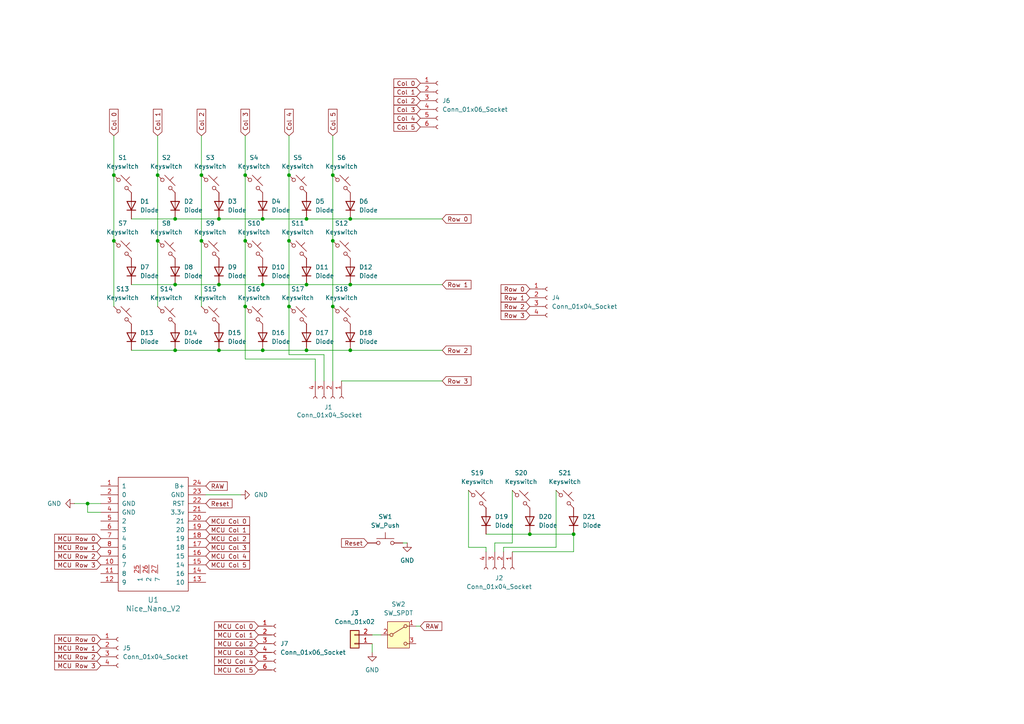
<source format=kicad_sch>
(kicad_sch (version 20231120) (generator "eeschema") (generator_version "8.0")
  (paper "A4")
  (lib_symbols
    (symbol "Connector:Conn_01x04_Socket" (pin_names (offset 1.016) hide)
      (property "Reference" "J" (at 0 5.08 0))
      (property "Value" "Conn_01x04_Socket" (at 0 -7.62 0))
      (symbol "Conn_01x04_Socket_1_1"
        (arc (start 0 -4.572) (mid -0.5058 -5.08) (end 0 -5.588) (stroke (width 0.1524)))
        (arc (start 0 -2.032) (mid -0.5058 -2.54) (end 0 -3.048) (stroke (width 0.1524)))
        (polyline (pts (xy -1.27 -5.08) (xy -0.508 -5.08)) (stroke (width 0.1524)))
        (polyline (pts (xy -1.27 -2.54) (xy -0.508 -2.54)) (stroke (width 0.1524)))
        (polyline (pts (xy -1.27 0) (xy -0.508 0)) (stroke (width 0.1524)))
        (polyline (pts (xy -1.27 2.54) (xy -0.508 2.54)) (stroke (width 0.1524)))
        (arc (start 0 0.508) (mid -0.5058 0) (end 0 -0.508) (stroke (width 0.1524)))
        (arc (start 0 3.048) (mid -0.5058 2.54) (end 0 2.032) (stroke (width 0.1524)))
        (pin passive line (at -5.08 2.54 0) (length 3.81) (name "Pin_1") (number "1"))
        (pin passive line (at -5.08 0 0) (length 3.81) (name "Pin_2") (number "2"))
        (pin passive line (at -5.08 -2.54 0) (length 3.81) (name "Pin_3") (number "3"))
        (pin passive line (at -5.08 -5.08 0) (length 3.81) (name "Pin_4") (number "4"))
      )
    )
    (symbol "Connector:Conn_01x06_Socket" (pin_names (offset 1.016) hide)
      (property "Reference" "J" (at 0 7.62 0))
      (property "Value" "Conn_01x06_Socket" (at 0 -10.16 0))
      (symbol "Conn_01x06_Socket_1_1"
        (arc (start 0 -7.112) (mid -0.5058 -7.62) (end 0 -8.128) (stroke (width 0.1524)))
        (arc (start 0 -4.572) (mid -0.5058 -5.08) (end 0 -5.588) (stroke (width 0.1524)))
        (arc (start 0 -2.032) (mid -0.5058 -2.54) (end 0 -3.048) (stroke (width 0.1524)))
        (polyline (pts (xy -1.27 -7.62) (xy -0.508 -7.62)) (stroke (width 0.1524)))
        (polyline (pts (xy -1.27 -5.08) (xy -0.508 -5.08)) (stroke (width 0.1524)))
        (polyline (pts (xy -1.27 -2.54) (xy -0.508 -2.54)) (stroke (width 0.1524)))
        (polyline (pts (xy -1.27 0) (xy -0.508 0)) (stroke (width 0.1524)))
        (polyline (pts (xy -1.27 2.54) (xy -0.508 2.54)) (stroke (width 0.1524)))
        (polyline (pts (xy -1.27 5.08) (xy -0.508 5.08)) (stroke (width 0.1524)))
        (arc (start 0 0.508) (mid -0.5058 0) (end 0 -0.508) (stroke (width 0.1524)))
        (arc (start 0 3.048) (mid -0.5058 2.54) (end 0 2.032) (stroke (width 0.1524)))
        (arc (start 0 5.588) (mid -0.5058 5.08) (end 0 4.572) (stroke (width 0.1524)))
        (pin passive line (at -5.08 5.08 0) (length 3.81) (name "Pin_1") (number "1"))
        (pin passive line (at -5.08 2.54 0) (length 3.81) (name "Pin_2") (number "2"))
        (pin passive line (at -5.08 0 0) (length 3.81) (name "Pin_3") (number "3"))
        (pin passive line (at -5.08 -2.54 0) (length 3.81) (name "Pin_4") (number "4"))
        (pin passive line (at -5.08 -5.08 0) (length 3.81) (name "Pin_5") (number "5"))
        (pin passive line (at -5.08 -7.62 0) (length 3.81) (name "Pin_6") (number "6"))
      )
    )
    (symbol "Connector_Generic:Conn_01x02" (pin_names (offset 1.016) hide)
      (property "Reference" "J" (at 0 2.54 0))
      (property "Value" "Conn_01x02" (at 0 -5.08 0))
      (symbol "Conn_01x02_1_1"
        (rectangle (start -1.27 -2.413) (end 0 -2.667) (stroke (width 0.1524)))
        (rectangle (start -1.27 0.127) (end 0 -0.127) (stroke (width 0.1524)))
        (rectangle (start -1.27 1.27) (end 1.27 -3.81) (stroke (width 0.254)) (fill (type background)))
        (pin passive line (at -5.08 0 0) (length 3.81) (name "Pin_1") (number "1"))
        (pin passive line (at -5.08 -2.54 0) (length 3.81) (name "Pin_2") (number "2"))
      )
    )
    (symbol "ScottoKeebs:MCU_Nice_Nano_V2" (pin_names (offset 1.016))
      (property "Reference" "U" (at 0 0 0))
      (property "Value" "Nice_Nano_V2" (at 0 -19.05 0))
      (symbol "MCU_Nice_Nano_V2_0_1"
        (rectangle (start -10.16 16.51) (end 10.16 -16.51))
      )
      (symbol "MCU_Nice_Nano_V2_1_1"
        (pin input line (at -15.24 13.97 0) (length 5.08) (name "1") (number "1"))
        (pin input line (at -15.24 -8.89 0) (length 5.08) (name "7") (number "10"))
        (pin input line (at -15.24 -11.43 0) (length 5.08) (name "8") (number "11"))
        (pin input line (at -15.24 -13.97 0) (length 5.08) (name "9") (number "12"))
        (pin input line (at 15.24 -13.97 180) (length 5.08) (name "10") (number "13"))
        (pin input line (at 15.24 -11.43 180) (length 5.08) (name "16") (number "14"))
        (pin input line (at 15.24 -8.89 180) (length 5.08) (name "14") (number "15"))
        (pin input line (at 15.24 -6.35 180) (length 5.08) (name "15") (number "16"))
        (pin input line (at 15.24 -3.81 180) (length 5.08) (name "18") (number "17"))
        (pin input line (at 15.24 -1.27 180) (length 5.08) (name "19") (number "18"))
        (pin input line (at 15.24 1.27 180) (length 5.08) (name "20") (number "19"))
        (pin input line (at -15.24 11.43 0) (length 5.08) (name "0") (number "2"))
        (pin input line (at 15.24 3.81 180) (length 5.08) (name "21") (number "20"))
        (pin input line (at 15.24 6.35 180) (length 5.08) (name "3.3v") (number "21"))
        (pin input line (at 15.24 8.89 180) (length 5.08) (name "RST") (number "22"))
        (pin input line (at 15.24 11.43 180) (length 5.08) (name "GND") (number "23"))
        (pin input line (at 15.24 13.97 180) (length 5.08) (name "B+") (number "24"))
        (pin input line (at -3.81 -8.89 270) (length 2.5) (name "1") (number "25"))
        (pin input line (at -1.27 -8.89 270) (length 2.5) (name "2") (number "26"))
        (pin input line (at 1.27 -8.89 270) (length 2.5) (name "7") (number "27"))
        (pin input line (at -15.24 8.89 0) (length 5.08) (name "GND") (number "3"))
        (pin input line (at -15.24 6.35 0) (length 5.08) (name "GND") (number "4"))
        (pin input line (at -15.24 3.81 0) (length 5.08) (name "2") (number "5"))
        (pin input line (at -15.24 1.27 0) (length 5.08) (name "3") (number "6"))
        (pin input line (at -15.24 -1.27 0) (length 5.08) (name "4") (number "7"))
        (pin input line (at -15.24 -3.81 0) (length 5.08) (name "5") (number "8"))
        (pin input line (at -15.24 -6.35 0) (length 5.08) (name "6") (number "9"))
      )
    )
    (symbol "ScottoKeebs:Placeholder_Diode" (pin_numbers hide) (pin_names hide)
      (property "Reference" "D" (at 0 2.54 0))
      (property "Value" "Diode" (at 0 -2.54 0))
      (symbol "Placeholder_Diode_0_1"
        (polyline (pts (xy -1.27 1.27) (xy -1.27 -1.27)) (stroke (width 0.254)))
        (polyline (pts (xy 1.27 0) (xy -1.27 0)))
        (polyline (pts (xy 1.27 1.27) (xy 1.27 -1.27) (xy -1.27 0) (xy 1.27 1.27)) (stroke (width 0.254)))
      )
      (symbol "Placeholder_Diode_1_1"
        (pin passive line (at -3.81 0 0) (length 2.54) (name "K") (number "1"))
        (pin passive line (at 3.81 0 180) (length 2.54) (name "A") (number "2"))
      )
    )
    (symbol "ScottoKeebs:Placeholder_Keyswitch" (pin_numbers hide) (pin_names (offset 1.016) hide)
      (property "Reference" "S" (at 3.048 1.016 0))
      (property "Value" "Keyswitch" (at 0 -3.81 0))
      (symbol "Placeholder_Keyswitch_0_1"
        (circle (center -1.1684 1.1684) (radius 0.508))
        (polyline (pts (xy -0.508 2.54) (xy 2.54 -0.508)))
        (polyline (pts (xy 1.016 1.016) (xy 2.032 2.032)))
        (polyline (pts (xy -2.54 2.54) (xy -1.524 1.524) (xy -1.524 1.524)))
        (polyline (pts (xy 1.524 -1.524) (xy 2.54 -2.54) (xy 2.54 -2.54) (xy 2.54 -2.54)))
        (circle (center 1.143 -1.1938) (radius 0.508))
        (pin passive line (at -2.54 2.54 0) (length 0) (name "1") (number "1"))
        (pin passive line (at 2.54 -2.54 180) (length 0) (name "2") (number "2"))
      )
    )
    (symbol "Switch:SW_Push" (pin_numbers hide) (pin_names (offset 1.016) hide)
      (property "Reference" "SW" (at 1.27 2.54 0))
      (property "Value" "SW_Push" (at 0 -1.524 0))
      (symbol "SW_Push_0_1"
        (circle (center -2.032 0) (radius 0.508))
        (polyline (pts (xy 0 1.27) (xy 0 3.048)))
        (polyline (pts (xy 2.54 1.27) (xy -2.54 1.27)))
        (circle (center 2.032 0) (radius 0.508))
        (pin passive line (at -5.08 0 0) (length 2.54) (name "1") (number "1"))
        (pin passive line (at 5.08 0 180) (length 2.54) (name "2") (number "2"))
      )
    )
    (symbol "Switch:SW_SPDT" (pin_names (offset 0) hide)
      (property "Reference" "SW" (at 0 5.08 0))
      (property "Value" "SW_SPDT" (at 0 -5.08 0))
      (symbol "SW_SPDT_0_1"
        (circle (center -2.032 0) (radius 0.4572))
        (polyline (pts (xy -1.651 0.254) (xy 1.651 2.286)))
        (circle (center 2.032 -2.54) (radius 0.4572))
        (circle (center 2.032 2.54) (radius 0.4572))
      )
      (symbol "SW_SPDT_1_1"
        (rectangle (start -3.175 3.81) (end 3.175 -3.81) (fill (type background)))
        (pin passive line (at 5.08 2.54 180) (length 2.54) (name "A") (number "1"))
        (pin passive line (at -5.08 0 0) (length 2.54) (name "B") (number "2"))
        (pin passive line (at 5.08 -2.54 180) (length 2.54) (name "C") (number "3"))
      )
    )
    (symbol "power:GND" (power) (pin_numbers hide) (pin_names (offset 0) hide)
      (property "Value" "GND" (at 0 -3.81 0))
      (symbol "GND_0_1"
        (polyline (pts (xy 0 0) (xy 0 -1.27) (xy 1.27 -1.27) (xy 0 -2.54) (xy -1.27 -1.27) (xy 0 -1.27)))
      )
      (symbol "GND_1_1"
        (pin power_in line (at 0 0 270) (length 0) (name "~") (number "1"))
      )
    )
  )
  (junction (at 71.12 50.8))
  (junction (at 50.8 101.6))
  (junction (at 166.37 154.94))
  (junction (at 88.9 101.6))
  (junction (at 71.12 88.9))
  (junction (at 25.4 146.05))
  (junction (at 33.02 69.85))
  (junction (at 58.42 69.85))
  (junction (at 153.67 154.94))
  (junction (at 83.82 69.85))
  (junction (at 76.2 101.6))
  (junction (at 101.6 63.5))
  (junction (at 63.5 82.55))
  (junction (at 96.52 69.85))
  (junction (at 76.2 63.5))
  (junction (at 71.12 69.85))
  (junction (at 96.52 88.9))
  (junction (at 50.8 82.55))
  (junction (at 96.52 50.8))
  (junction (at 63.5 101.6))
  (junction (at 63.5 63.5))
  (junction (at 88.9 63.5))
  (junction (at 88.9 82.55))
  (junction (at 101.6 101.6))
  (junction (at 83.82 50.8))
  (junction (at 33.02 50.8))
  (junction (at 45.72 50.8))
  (junction (at 45.72 69.85))
  (junction (at 58.42 50.8))
  (junction (at 101.6 82.55))
  (junction (at 83.82 88.9))
  (junction (at 50.8 63.5))
  (junction (at 76.2 82.55))
  (wire (pts (xy 50.8 63.5) (xy 38.1 63.5)))
  (wire (pts (xy 153.67 154.94) (xy 166.37 154.94)))
  (wire (pts (xy 33.02 69.85) (xy 33.02 88.9)))
  (wire (pts (xy 58.42 39.37) (xy 58.42 50.8)))
  (wire (pts (xy 50.8 82.55) (xy 38.1 82.55)))
  (wire (pts (xy 143.51 157.48) (xy 143.51 160.02)))
  (wire (pts (xy 148.59 157.48) (xy 143.51 157.48)))
  (wire (pts (xy 69.85 143.51) (xy 59.69 143.51)))
  (wire (pts (xy 83.82 39.37) (xy 83.82 50.8)))
  (wire (pts (xy 101.6 63.5) (xy 88.9 63.5)))
  (wire (pts (xy 58.42 50.8) (xy 58.42 69.85)))
  (wire (pts (xy 63.5 63.5) (xy 50.8 63.5)))
  (wire (pts (xy 71.12 69.85) (xy 71.12 88.9)))
  (wire (pts (xy 25.4 146.05) (xy 29.21 146.05)))
  (wire (pts (xy 110.49 184.15) (xy 107.95 184.15)))
  (wire (pts (xy 25.4 148.59) (xy 25.4 146.05)))
  (wire (pts (xy 96.52 39.37) (xy 96.52 50.8)))
  (wire (pts (xy 76.2 101.6) (xy 63.5 101.6)))
  (wire (pts (xy 140.97 154.94) (xy 153.67 154.94)))
  (wire (pts (xy 88.9 82.55) (xy 101.6 82.55)))
  (wire (pts (xy 91.44 104.14) (xy 91.44 110.49)))
  (wire (pts (xy 45.72 50.8) (xy 45.72 69.85)))
  (wire (pts (xy 83.82 50.8) (xy 83.82 69.85)))
  (wire (pts (xy 135.89 142.24) (xy 135.89 158.75)))
  (wire (pts (xy 146.05 158.75) (xy 146.05 160.02)))
  (wire (pts (xy 33.02 39.37) (xy 33.02 50.8)))
  (wire (pts (xy 88.9 101.6) (xy 101.6 101.6)))
  (wire (pts (xy 71.12 88.9) (xy 71.12 104.14)))
  (wire (pts (xy 96.52 88.9) (xy 96.52 110.49)))
  (wire (pts (xy 166.37 154.94) (xy 166.37 160.02)))
  (wire (pts (xy 71.12 50.8) (xy 71.12 69.85)))
  (wire (pts (xy 121.92 181.61) (xy 120.65 181.61)))
  (wire (pts (xy 63.5 82.55) (xy 50.8 82.55)))
  (wire (pts (xy 33.02 50.8) (xy 33.02 69.85)))
  (wire (pts (xy 71.12 104.14) (xy 91.44 104.14)))
  (wire (pts (xy 96.52 69.85) (xy 96.52 88.9)))
  (wire (pts (xy 140.97 158.75) (xy 140.97 160.02)))
  (wire (pts (xy 71.12 39.37) (xy 71.12 50.8)))
  (wire (pts (xy 21.59 146.05) (xy 25.4 146.05)))
  (wire (pts (xy 161.29 158.75) (xy 146.05 158.75)))
  (wire (pts (xy 50.8 101.6) (xy 38.1 101.6)))
  (wire (pts (xy 148.59 142.24) (xy 148.59 157.48)))
  (wire (pts (xy 107.95 189.23) (xy 107.95 186.69)))
  (wire (pts (xy 88.9 101.6) (xy 76.2 101.6)))
  (wire (pts (xy 128.27 101.6) (xy 101.6 101.6)))
  (wire (pts (xy 118.11 157.48) (xy 116.84 157.48)))
  (wire (pts (xy 76.2 82.55) (xy 88.9 82.55)))
  (wire (pts (xy 50.8 101.6) (xy 63.5 101.6)))
  (wire (pts (xy 135.89 158.75) (xy 140.97 158.75)))
  (wire (pts (xy 63.5 82.55) (xy 76.2 82.55)))
  (wire (pts (xy 93.98 102.87) (xy 93.98 110.49)))
  (wire (pts (xy 96.52 50.8) (xy 96.52 69.85)))
  (wire (pts (xy 166.37 160.02) (xy 148.59 160.02)))
  (wire (pts (xy 58.42 69.85) (xy 58.42 88.9)))
  (wire (pts (xy 128.27 63.5) (xy 101.6 63.5)))
  (wire (pts (xy 161.29 142.24) (xy 161.29 158.75)))
  (wire (pts (xy 45.72 69.85) (xy 45.72 88.9)))
  (wire (pts (xy 83.82 102.87) (xy 93.98 102.87)))
  (wire (pts (xy 45.72 39.37) (xy 45.72 50.8)))
  (wire (pts (xy 63.5 63.5) (xy 76.2 63.5)))
  (wire (pts (xy 83.82 88.9) (xy 83.82 102.87)))
  (wire (pts (xy 76.2 63.5) (xy 88.9 63.5)))
  (wire (pts (xy 101.6 82.55) (xy 128.27 82.55)))
  (wire (pts (xy 83.82 69.85) (xy 83.82 88.9)))
  (wire (pts (xy 29.21 148.59) (xy 25.4 148.59)))
  (wire (pts (xy 128.27 110.49) (xy 99.06 110.49)))
  (global_label "Col 4" (shape input) (at 121.92 34.29 180) (property "Intersheetrefs" "${INTERSHEET_REFS}" (effects (hide yes))))
  (global_label "Col 2" (shape input) (at 58.42 39.37 90) (property "Intersheetrefs" "${INTERSHEET_REFS}" (effects (hide yes))))
  (global_label "Row 3" (shape input) (at 153.67 91.44 180) (property "Intersheetrefs" "${INTERSHEET_REFS}" (effects (hide yes))))
  (global_label "Col 5" (shape input) (at 96.52 39.37 90) (property "Intersheetrefs" "${INTERSHEET_REFS}" (effects (hide yes))))
  (global_label "MCU Col 0" (shape input) (at 74.93 181.61 180) (property "Intersheetrefs" "${INTERSHEET_REFS}" (effects (hide yes))))
  (global_label "MCU Col 3" (shape input) (at 74.93 189.23 180) (property "Intersheetrefs" "${INTERSHEET_REFS}" (effects (hide yes))))
  (global_label "MCU Col 5" (shape input) (at 59.69 163.83 0) (property "Intersheetrefs" "${INTERSHEET_REFS}" (effects (hide yes))))
  (global_label "MCU Row 0" (shape input) (at 29.21 185.42 180) (property "Intersheetrefs" "${INTERSHEET_REFS}" (effects (hide yes))))
  (global_label "Reset" (shape input) (at 106.68 157.48 180) (property "Intersheetrefs" "${INTERSHEET_REFS}" (effects (hide yes))))
  (global_label "Col 2" (shape input) (at 121.92 29.21 180) (property "Intersheetrefs" "${INTERSHEET_REFS}" (effects (hide yes))))
  (global_label "MCU Col 1" (shape input) (at 74.93 184.15 180) (property "Intersheetrefs" "${INTERSHEET_REFS}" (effects (hide yes))))
  (global_label "RAW" (shape input) (at 121.92 181.61 0) (property "Intersheetrefs" "${INTERSHEET_REFS}" (effects (hide yes))))
  (global_label "RAW" (shape input) (at 59.69 140.97 0) (property "Intersheetrefs" "${INTERSHEET_REFS}" (effects (hide yes))))
  (global_label "Col 3" (shape input) (at 121.92 31.75 180) (property "Intersheetrefs" "${INTERSHEET_REFS}" (effects (hide yes))))
  (global_label "MCU Row 3" (shape input) (at 29.21 193.04 180) (property "Intersheetrefs" "${INTERSHEET_REFS}" (effects (hide yes))))
  (global_label "Row 2" (shape input) (at 153.67 88.9 180) (property "Intersheetrefs" "${INTERSHEET_REFS}" (effects (hide yes))))
  (global_label "Row 1" (shape input) (at 153.67 86.36 180) (property "Intersheetrefs" "${INTERSHEET_REFS}" (effects (hide yes))))
  (global_label "Col 1" (shape input) (at 45.72 39.37 90) (property "Intersheetrefs" "${INTERSHEET_REFS}" (effects (hide yes))))
  (global_label "Row 3" (shape input) (at 128.27 110.49 0) (property "Intersheetrefs" "${INTERSHEET_REFS}" (effects (hide yes))))
  (global_label "MCU Col 2" (shape input) (at 59.69 156.21 0) (property "Intersheetrefs" "${INTERSHEET_REFS}" (effects (hide yes))))
  (global_label "MCU Col 0" (shape input) (at 59.69 151.13 0) (property "Intersheetrefs" "${INTERSHEET_REFS}" (effects (hide yes))))
  (global_label "Row 0" (shape input) (at 153.67 83.82 180) (property "Intersheetrefs" "${INTERSHEET_REFS}" (effects (hide yes))))
  (global_label "MCU Col 1" (shape input) (at 59.69 153.67 0) (property "Intersheetrefs" "${INTERSHEET_REFS}" (effects (hide yes))))
  (global_label "Col 5" (shape input) (at 121.92 36.83 180) (property "Intersheetrefs" "${INTERSHEET_REFS}" (effects (hide yes))))
  (global_label "Col 4" (shape input) (at 83.82 39.37 90) (property "Intersheetrefs" "${INTERSHEET_REFS}" (effects (hide yes))))
  (global_label "MCU Row 2" (shape input) (at 29.21 190.5 180) (property "Intersheetrefs" "${INTERSHEET_REFS}" (effects (hide yes))))
  (global_label "MCU Col 4" (shape input) (at 74.93 191.77 180) (property "Intersheetrefs" "${INTERSHEET_REFS}" (effects (hide yes))))
  (global_label "Col 0" (shape input) (at 33.02 39.37 90) (property "Intersheetrefs" "${INTERSHEET_REFS}" (effects (hide yes))))
  (global_label "MCU Row 1" (shape input) (at 29.21 158.75 180) (property "Intersheetrefs" "${INTERSHEET_REFS}" (effects (hide yes))))
  (global_label "Row 2" (shape input) (at 128.27 101.6 0) (property "Intersheetrefs" "${INTERSHEET_REFS}" (effects (hide yes))))
  (global_label "MCU Row 1" (shape input) (at 29.21 187.96 180) (property "Intersheetrefs" "${INTERSHEET_REFS}" (effects (hide yes))))
  (global_label "Col 1" (shape input) (at 121.92 26.67 180) (property "Intersheetrefs" "${INTERSHEET_REFS}" (effects (hide yes))))
  (global_label "Row 0" (shape input) (at 128.27 63.5 0) (property "Intersheetrefs" "${INTERSHEET_REFS}" (effects (hide yes))))
  (global_label "MCU Col 3" (shape input) (at 59.69 158.75 0) (property "Intersheetrefs" "${INTERSHEET_REFS}" (effects (hide yes))))
  (global_label "MCU Col 5" (shape input) (at 74.93 194.31 180) (property "Intersheetrefs" "${INTERSHEET_REFS}" (effects (hide yes))))
  (global_label "Col 3" (shape input) (at 71.12 39.37 90) (property "Intersheetrefs" "${INTERSHEET_REFS}" (effects (hide yes))))
  (global_label "MCU Col 2" (shape input) (at 74.93 186.69 180) (property "Intersheetrefs" "${INTERSHEET_REFS}" (effects (hide yes))))
  (global_label "Row 1" (shape input) (at 128.27 82.55 0) (property "Intersheetrefs" "${INTERSHEET_REFS}" (effects (hide yes))))
  (global_label "MCU Row 3" (shape input) (at 29.21 163.83 180) (property "Intersheetrefs" "${INTERSHEET_REFS}" (effects (hide yes))))
  (global_label "MCU Row 2" (shape input) (at 29.21 161.29 180) (property "Intersheetrefs" "${INTERSHEET_REFS}" (effects (hide yes))))
  (global_label "MCU Row 0" (shape input) (at 29.21 156.21 180) (property "Intersheetrefs" "${INTERSHEET_REFS}" (effects (hide yes))))
  (global_label "Reset" (shape input) (at 59.69 146.05 0) (property "Intersheetrefs" "${INTERSHEET_REFS}" (effects (hide yes))))
  (global_label "MCU Col 4" (shape input) (at 59.69 161.29 0) (property "Intersheetrefs" "${INTERSHEET_REFS}" (effects (hide yes))))
  (global_label "Col 0" (shape input) (at 121.92 24.13 180) (property "Intersheetrefs" "${INTERSHEET_REFS}" (effects (hide yes))))
  (symbol (lib_id "power:GND") (at 107.95 189.23 0) (unit 1)
    (property "Reference" "#PWR04" (effects (hide yes)))
    (property "Value" "GND" (at 107.95 194.31 0))
    (property "Description" "Power symbol creates a global label with name \"GND\" , ground" (effects (hide yes)))
  )
  (symbol (lib_id "Connector:Conn_01x04_Socket") (at 146.05 165.1 270) (unit 1)
    (property "Reference" "J2" (at 144.78 167.64 90))
    (property "Value" "Conn_01x04_Socket" (at 144.78 170.18 90))
    (property "Footprint" "Connector_PinSocket_2.54mm:PinSocket_1x04_P2.54mm_Vertical" (effects (hide yes)))
    (property "Description" "Generic connector, single row, 01x04, script generated" (effects (hide yes)))
  )
  (symbol (lib_id "ScottoKeebs:Placeholder_Diode") (at 38.1 97.79 90) (unit 1)
    (property "Reference" "D13" (at 40.64 96.5199 90) (effects (justify right)))
    (property "Value" "Diode" (at 40.64 99.0599 90) (effects (justify right)))
    (property "Footprint" "BastardKB:Diode_TH_SOD123" (effects (hide yes)))
    (property "Description" "1N4148 (DO-35) or 1N4148W (SOD-123)" (effects (hide yes)))
    (property "Sim.Device" "D" (effects (hide yes)))
    (property "Sim.Pins" "1=K 2=A" (effects (hide yes)))
  )
  (symbol (lib_id "ScottoKeebs:Placeholder_Keyswitch") (at 99.06 53.34 0) (unit 1)
    (property "Reference" "S6" (at 99.06 45.72 0))
    (property "Value" "Keyswitch" (at 99.06 48.26 0))
    (property "Footprint" "ScottoKeebs_Scotto:MX_Solder_1.00u_Reversible" (effects (hide yes)))
    (property "Description" "Push button switch, normally open, two pins, 45° tilted" (effects (hide yes)))
  )
  (symbol (lib_id "ScottoKeebs:Placeholder_Diode") (at 76.2 59.69 90) (unit 1)
    (property "Reference" "D4" (at 78.74 58.4199 90) (effects (justify right)))
    (property "Value" "Diode" (at 78.74 60.9599 90) (effects (justify right)))
    (property "Footprint" "BastardKB:Diode_TH_SOD123" (effects (hide yes)))
    (property "Description" "1N4148 (DO-35) or 1N4148W (SOD-123)" (effects (hide yes)))
    (property "Sim.Device" "D" (effects (hide yes)))
    (property "Sim.Pins" "1=K 2=A" (effects (hide yes)))
  )
  (symbol (lib_id "Connector:Conn_01x04_Socket") (at 96.52 115.57 270) (unit 1)
    (property "Reference" "J1" (at 95.25 118.11 90))
    (property "Value" "Conn_01x04_Socket" (at 95.504 120.396 90))
    (property "Footprint" "Connector_PinSocket_2.54mm:PinSocket_1x04_P2.54mm_Vertical" (effects (hide yes)))
    (property "Description" "Generic connector, single row, 01x04, script generated" (effects (hide yes)))
  )
  (symbol (lib_id "ScottoKeebs:Placeholder_Keyswitch") (at 86.36 53.34 0) (unit 1)
    (property "Reference" "S5" (at 86.36 45.72 0))
    (property "Value" "Keyswitch" (at 86.36 48.26 0))
    (property "Footprint" "ScottoKeebs_Scotto:MX_Solder_1.00u_Reversible" (effects (hide yes)))
    (property "Description" "Push button switch, normally open, two pins, 45° tilted" (effects (hide yes)))
  )
  (symbol (lib_id "power:GND") (at 21.59 146.05 270) (unit 1)
    (property "Reference" "#PWR02" (effects (hide yes)))
    (property "Value" "GND" (at 17.78 146.0499 90) (effects (justify right)))
    (property "Description" "Power symbol creates a global label with name \"GND\" , ground" (effects (hide yes)))
  )
  (symbol (lib_id "ScottoKeebs:Placeholder_Keyswitch") (at 73.66 91.44 0) (unit 1)
    (property "Reference" "S16" (at 73.66 83.82 0))
    (property "Value" "Keyswitch" (at 73.66 86.36 0))
    (property "Footprint" "ScottoKeebs_Scotto:MX_Solder_1.00u_Reversible" (effects (hide yes)))
    (property "Description" "Push button switch, normally open, two pins, 45° tilted" (effects (hide yes)))
  )
  (symbol (lib_id "ScottoKeebs:Placeholder_Keyswitch") (at 86.36 72.39 0) (unit 1)
    (property "Reference" "S11" (at 86.36 64.77 0))
    (property "Value" "Keyswitch" (at 86.36 67.31 0))
    (property "Footprint" "ScottoKeebs_Scotto:MX_Solder_1.00u_Reversible" (effects (hide yes)))
    (property "Description" "Push button switch, normally open, two pins, 45° tilted" (effects (hide yes)))
  )
  (symbol (lib_id "ScottoKeebs:Placeholder_Diode") (at 38.1 59.69 90) (unit 1)
    (property "Reference" "D1" (at 40.64 58.4199 90) (effects (justify right)))
    (property "Value" "Diode" (at 40.64 60.9599 90) (effects (justify right)))
    (property "Footprint" "BastardKB:Diode_TH_SOD123" (effects (hide yes)))
    (property "Description" "1N4148 (DO-35) or 1N4148W (SOD-123)" (effects (hide yes)))
    (property "Sim.Device" "D" (effects (hide yes)))
    (property "Sim.Pins" "1=K 2=A" (effects (hide yes)))
  )
  (symbol (lib_id "ScottoKeebs:Placeholder_Diode") (at 76.2 78.74 90) (unit 1)
    (property "Reference" "D10" (at 78.74 77.4699 90) (effects (justify right)))
    (property "Value" "Diode" (at 78.74 80.0099 90) (effects (justify right)))
    (property "Footprint" "BastardKB:Diode_TH_SOD123" (effects (hide yes)))
    (property "Description" "1N4148 (DO-35) or 1N4148W (SOD-123)" (effects (hide yes)))
    (property "Sim.Device" "D" (effects (hide yes)))
    (property "Sim.Pins" "1=K 2=A" (effects (hide yes)))
  )
  (symbol (lib_id "ScottoKeebs:Placeholder_Keyswitch") (at 48.26 91.44 0) (unit 1)
    (property "Reference" "S14" (at 48.26 83.82 0))
    (property "Value" "Keyswitch" (at 48.26 86.36 0))
    (property "Footprint" "ScottoKeebs_Scotto:MX_Solder_1.00u_Reversible" (effects (hide yes)))
    (property "Description" "Push button switch, normally open, two pins, 45° tilted" (effects (hide yes)))
  )
  (symbol (lib_id "power:GND") (at 69.85 143.51 90) (unit 1)
    (property "Reference" "#PWR01" (effects (hide yes)))
    (property "Value" "GND" (at 73.66 143.5099 90) (effects (justify right)))
    (property "Description" "Power symbol creates a global label with name \"GND\" , ground" (effects (hide yes)))
  )
  (symbol (lib_id "ScottoKeebs:Placeholder_Keyswitch") (at 60.96 53.34 0) (unit 1)
    (property "Reference" "S3" (at 60.96 45.72 0))
    (property "Value" "Keyswitch" (at 60.96 48.26 0))
    (property "Footprint" "ScottoKeebs_Scotto:MX_Solder_1.00u_Reversible" (effects (hide yes)))
    (property "Description" "Push button switch, normally open, two pins, 45° tilted" (effects (hide yes)))
  )
  (symbol (lib_id "ScottoKeebs:Placeholder_Keyswitch") (at 73.66 72.39 0) (unit 1)
    (property "Reference" "S10" (at 73.66 64.77 0))
    (property "Value" "Keyswitch" (at 73.66 67.31 0))
    (property "Footprint" "ScottoKeebs_Scotto:MX_Solder_1.00u_Reversible" (effects (hide yes)))
    (property "Description" "Push button switch, normally open, two pins, 45° tilted" (effects (hide yes)))
  )
  (symbol (lib_id "Connector:Conn_01x06_Socket") (at 127 29.21 0) (unit 1)
    (property "Reference" "J6" (at 128.27 29.2099 0) (effects (justify left)))
    (property "Value" "Conn_01x06_Socket" (at 128.27 31.7499 0) (effects (justify left)))
    (property "Footprint" "Connector_PinSocket_2.54mm:PinSocket_1x06_P2.54mm_Vertical" (effects (hide yes)))
    (property "Description" "Generic connector, single row, 01x06, script generated" (effects (hide yes)))
  )
  (symbol (lib_id "ScottoKeebs:Placeholder_Keyswitch") (at 99.06 72.39 0) (unit 1)
    (property "Reference" "S12" (at 99.06 64.77 0))
    (property "Value" "Keyswitch" (at 99.06 67.31 0))
    (property "Footprint" "ScottoKeebs_Scotto:MX_Solder_1.00u_Reversible" (effects (hide yes)))
    (property "Description" "Push button switch, normally open, two pins, 45° tilted" (effects (hide yes)))
  )
  (symbol (lib_id "ScottoKeebs:MCU_Nice_Nano_V2") (at 44.45 154.94 0) (unit 1)
    (property "Reference" "U1" (at 44.45 173.99 0) (effects (font (size 1.524 1.524))))
    (property "Value" "Nice_Nano_V2" (at 44.45 176.53 0) (effects (font (size 1.524 1.524))))
    (property "Footprint" "ScottoKeebs_MCU:Nice_Nano_V2" (effects (hide yes)))
  )
  (symbol (lib_id "ScottoKeebs:Placeholder_Keyswitch") (at 138.43 144.78 0) (unit 1)
    (property "Reference" "S19" (at 138.43 137.16 0))
    (property "Value" "Keyswitch" (at 138.43 139.7 0))
    (property "Footprint" "ScottoKeebs_Scotto:MX_Solder_1.00u_Reversible" (effects (hide yes)))
    (property "Description" "Push button switch, normally open, two pins, 45° tilted" (effects (hide yes)))
  )
  (symbol (lib_id "ScottoKeebs:Placeholder_Diode") (at 63.5 78.74 90) (unit 1)
    (property "Reference" "D9" (at 66.04 77.4699 90) (effects (justify right)))
    (property "Value" "Diode" (at 66.04 80.0099 90) (effects (justify right)))
    (property "Footprint" "BastardKB:Diode_TH_SOD123" (effects (hide yes)))
    (property "Description" "1N4148 (DO-35) or 1N4148W (SOD-123)" (effects (hide yes)))
    (property "Sim.Device" "D" (effects (hide yes)))
    (property "Sim.Pins" "1=K 2=A" (effects (hide yes)))
  )
  (symbol (lib_id "Connector:Conn_01x06_Socket") (at 80.01 186.69 0) (unit 1)
    (property "Reference" "J7" (at 81.28 186.6899 0) (effects (justify left)))
    (property "Value" "Conn_01x06_Socket" (at 81.28 189.2299 0) (effects (justify left)))
    (property "Footprint" "Connector_PinSocket_2.54mm:PinSocket_1x06_P2.54mm_Vertical" (effects (hide yes)))
    (property "Description" "Generic connector, single row, 01x06, script generated" (effects (hide yes)))
  )
  (symbol (lib_id "ScottoKeebs:Placeholder_Keyswitch") (at 60.96 91.44 0) (unit 1)
    (property "Reference" "S15" (at 60.96 83.82 0))
    (property "Value" "Keyswitch" (at 60.96 86.36 0))
    (property "Footprint" "ScottoKeebs_Scotto:MX_Solder_1.00u_Reversible" (effects (hide yes)))
    (property "Description" "Push button switch, normally open, two pins, 45° tilted" (effects (hide yes)))
  )
  (symbol (lib_id "ScottoKeebs:Placeholder_Diode") (at 50.8 97.79 90) (unit 1)
    (property "Reference" "D14" (at 53.34 96.5199 90) (effects (justify right)))
    (property "Value" "Diode" (at 53.34 99.0599 90) (effects (justify right)))
    (property "Footprint" "BastardKB:Diode_TH_SOD123" (effects (hide yes)))
    (property "Description" "1N4148 (DO-35) or 1N4148W (SOD-123)" (effects (hide yes)))
    (property "Sim.Device" "D" (effects (hide yes)))
    (property "Sim.Pins" "1=K 2=A" (effects (hide yes)))
  )
  (symbol (lib_id "ScottoKeebs:Placeholder_Diode") (at 88.9 78.74 90) (unit 1)
    (property "Reference" "D11" (at 91.44 77.4699 90) (effects (justify right)))
    (property "Value" "Diode" (at 91.44 80.0099 90) (effects (justify right)))
    (property "Footprint" "BastardKB:Diode_TH_SOD123" (effects (hide yes)))
    (property "Description" "1N4148 (DO-35) or 1N4148W (SOD-123)" (effects (hide yes)))
    (property "Sim.Device" "D" (effects (hide yes)))
    (property "Sim.Pins" "1=K 2=A" (effects (hide yes)))
  )
  (symbol (lib_id "ScottoKeebs:Placeholder_Diode") (at 50.8 78.74 90) (unit 1)
    (property "Reference" "D8" (at 53.34 77.4699 90) (effects (justify right)))
    (property "Value" "Diode" (at 53.34 80.0099 90) (effects (justify right)))
    (property "Footprint" "BastardKB:Diode_TH_SOD123" (effects (hide yes)))
    (property "Description" "1N4148 (DO-35) or 1N4148W (SOD-123)" (effects (hide yes)))
    (property "Sim.Device" "D" (effects (hide yes)))
    (property "Sim.Pins" "1=K 2=A" (effects (hide yes)))
  )
  (symbol (lib_id "Switch:SW_Push") (at 111.76 157.48 0) (unit 1)
    (property "Reference" "SW1" (at 111.76 149.86 0))
    (property "Value" "SW_Push" (at 111.76 152.4 0))
    (property "Footprint" "KeebLib:alps_sksn" (effects (hide yes)))
    (property "Description" "Push button switch, generic, two pins" (effects (hide yes)))
  )
  (symbol (lib_id "ScottoKeebs:Placeholder_Keyswitch") (at 99.06 91.44 0) (unit 1)
    (property "Reference" "S18" (at 99.06 83.82 0))
    (property "Value" "Keyswitch" (at 99.06 86.36 0))
    (property "Footprint" "ScottoKeebs_Scotto:MX_Solder_1.00u_Reversible" (effects (hide yes)))
    (property "Description" "Push button switch, normally open, two pins, 45° tilted" (effects (hide yes)))
  )
  (symbol (lib_id "ScottoKeebs:Placeholder_Diode") (at 88.9 59.69 90) (unit 1)
    (property "Reference" "D5" (at 91.44 58.4199 90) (effects (justify right)))
    (property "Value" "Diode" (at 91.44 60.9599 90) (effects (justify right)))
    (property "Footprint" "BastardKB:Diode_TH_SOD123" (effects (hide yes)))
    (property "Description" "1N4148 (DO-35) or 1N4148W (SOD-123)" (effects (hide yes)))
    (property "Sim.Device" "D" (effects (hide yes)))
    (property "Sim.Pins" "1=K 2=A" (effects (hide yes)))
  )
  (symbol (lib_id "ScottoKeebs:Placeholder_Diode") (at 38.1 78.74 90) (unit 1)
    (property "Reference" "D7" (at 40.64 77.4699 90) (effects (justify right)))
    (property "Value" "Diode" (at 40.64 80.0099 90) (effects (justify right)))
    (property "Footprint" "BastardKB:Diode_TH_SOD123" (effects (hide yes)))
    (property "Description" "1N4148 (DO-35) or 1N4148W (SOD-123)" (effects (hide yes)))
    (property "Sim.Device" "D" (effects (hide yes)))
    (property "Sim.Pins" "1=K 2=A" (effects (hide yes)))
  )
  (symbol (lib_id "Connector:Conn_01x04_Socket") (at 34.29 187.96 0) (unit 1)
    (property "Reference" "J5" (at 35.56 187.9599 0) (effects (justify left)))
    (property "Value" "Conn_01x04_Socket" (at 35.56 190.4999 0) (effects (justify left)))
    (property "Footprint" "Connector_PinSocket_2.54mm:PinSocket_1x04_P2.54mm_Vertical" (effects (hide yes)))
    (property "Description" "Generic connector, single row, 01x04, script generated" (effects (hide yes)))
  )
  (symbol (lib_id "ScottoKeebs:Placeholder_Diode") (at 153.67 151.13 90) (unit 1)
    (property "Reference" "D20" (at 156.21 149.8599 90) (effects (justify right)))
    (property "Value" "Diode" (at 156.21 152.3999 90) (effects (justify right)))
    (property "Footprint" "BastardKB:Diode_TH_SOD123" (effects (hide yes)))
    (property "Description" "1N4148 (DO-35) or 1N4148W (SOD-123)" (effects (hide yes)))
    (property "Sim.Device" "D" (effects (hide yes)))
    (property "Sim.Pins" "1=K 2=A" (effects (hide yes)))
  )
  (symbol (lib_id "Switch:SW_SPDT") (at 115.57 184.15 0) (unit 1)
    (property "Reference" "SW2" (at 115.57 175.26 0))
    (property "Value" "SW_SPDT" (at 115.57 177.8 0))
    (property "Footprint" "KeebLib:switch_SSSS811101" (effects (hide yes)))
    (property "Description" "Switch, single pole double throw" (effects (hide yes)))
  )
  (symbol (lib_id "Connector:Conn_01x04_Socket") (at 158.75 86.36 0) (unit 1)
    (property "Reference" "J4" (at 160.02 86.3599 0) (effects (justify left)))
    (property "Value" "Conn_01x04_Socket" (at 160.02 88.8999 0) (effects (justify left)))
    (property "Footprint" "Connector_PinSocket_2.54mm:PinSocket_1x04_P2.54mm_Vertical" (effects (hide yes)))
    (property "Description" "Generic connector, single row, 01x04, script generated" (effects (hide yes)))
  )
  (symbol (lib_id "ScottoKeebs:Placeholder_Diode") (at 101.6 59.69 90) (unit 1)
    (property "Reference" "D6" (at 104.14 58.4199 90) (effects (justify right)))
    (property "Value" "Diode" (at 104.14 60.9599 90) (effects (justify right)))
    (property "Footprint" "BastardKB:Diode_TH_SOD123" (effects (hide yes)))
    (property "Description" "1N4148 (DO-35) or 1N4148W (SOD-123)" (effects (hide yes)))
    (property "Sim.Device" "D" (effects (hide yes)))
    (property "Sim.Pins" "1=K 2=A" (effects (hide yes)))
  )
  (symbol (lib_id "ScottoKeebs:Placeholder_Keyswitch") (at 48.26 53.34 0) (unit 1)
    (property "Reference" "S2" (at 48.26 45.72 0))
    (property "Value" "Keyswitch" (at 48.26 48.26 0))
    (property "Footprint" "ScottoKeebs_Scotto:MX_Solder_1.00u_Reversible" (effects (hide yes)))
    (property "Description" "Push button switch, normally open, two pins, 45° tilted" (effects (hide yes)))
  )
  (symbol (lib_id "ScottoKeebs:Placeholder_Diode") (at 63.5 97.79 90) (unit 1)
    (property "Reference" "D15" (at 66.04 96.5199 90) (effects (justify right)))
    (property "Value" "Diode" (at 66.04 99.0599 90) (effects (justify right)))
    (property "Footprint" "BastardKB:Diode_TH_SOD123" (effects (hide yes)))
    (property "Description" "1N4148 (DO-35) or 1N4148W (SOD-123)" (effects (hide yes)))
    (property "Sim.Device" "D" (effects (hide yes)))
    (property "Sim.Pins" "1=K 2=A" (effects (hide yes)))
  )
  (symbol (lib_id "ScottoKeebs:Placeholder_Diode") (at 76.2 97.79 90) (unit 1)
    (property "Reference" "D16" (at 78.74 96.5199 90) (effects (justify right)))
    (property "Value" "Diode" (at 78.74 99.0599 90) (effects (justify right)))
    (property "Footprint" "BastardKB:Diode_TH_SOD123" (effects (hide yes)))
    (property "Description" "1N4148 (DO-35) or 1N4148W (SOD-123)" (effects (hide yes)))
    (property "Sim.Device" "D" (effects (hide yes)))
    (property "Sim.Pins" "1=K 2=A" (effects (hide yes)))
  )
  (symbol (lib_id "ScottoKeebs:Placeholder_Diode") (at 50.8 59.69 90) (unit 1)
    (property "Reference" "D2" (at 53.34 58.4199 90) (effects (justify right)))
    (property "Value" "Diode" (at 53.34 60.9599 90) (effects (justify right)))
    (property "Footprint" "BastardKB:Diode_TH_SOD123" (effects (hide yes)))
    (property "Description" "1N4148 (DO-35) or 1N4148W (SOD-123)" (effects (hide yes)))
    (property "Sim.Device" "D" (effects (hide yes)))
    (property "Sim.Pins" "1=K 2=A" (effects (hide yes)))
  )
  (symbol (lib_id "ScottoKeebs:Placeholder_Keyswitch") (at 48.26 72.39 0) (unit 1)
    (property "Reference" "S8" (at 48.26 64.77 0))
    (property "Value" "Keyswitch" (at 48.26 67.31 0))
    (property "Footprint" "ScottoKeebs_Scotto:MX_Solder_1.00u_Reversible" (effects (hide yes)))
    (property "Description" "Push button switch, normally open, two pins, 45° tilted" (effects (hide yes)))
  )
  (symbol (lib_id "ScottoKeebs:Placeholder_Keyswitch") (at 86.36 91.44 0) (unit 1)
    (property "Reference" "S17" (at 86.36 83.82 0))
    (property "Value" "Keyswitch" (at 86.36 86.36 0))
    (property "Footprint" "ScottoKeebs_Scotto:MX_Solder_1.00u_Reversible" (effects (hide yes)))
    (property "Description" "Push button switch, normally open, two pins, 45° tilted" (effects (hide yes)))
  )
  (symbol (lib_id "ScottoKeebs:Placeholder_Diode") (at 166.37 151.13 90) (unit 1)
    (property "Reference" "D21" (at 168.91 149.8599 90) (effects (justify right)))
    (property "Value" "Diode" (at 168.91 152.3999 90) (effects (justify right)))
    (property "Footprint" "BastardKB:Diode_TH_SOD123" (effects (hide yes)))
    (property "Description" "1N4148 (DO-35) or 1N4148W (SOD-123)" (effects (hide yes)))
    (property "Sim.Device" "D" (effects (hide yes)))
    (property "Sim.Pins" "1=K 2=A" (effects (hide yes)))
  )
  (symbol (lib_id "ScottoKeebs:Placeholder_Keyswitch") (at 163.83 144.78 0) (unit 1)
    (property "Reference" "S21" (at 163.83 137.16 0))
    (property "Value" "Keyswitch" (at 163.83 139.7 0))
    (property "Footprint" "ScottoKeebs_Scotto:MX_Solder_1.00u_Reversible" (effects (hide yes)))
    (property "Description" "Push button switch, normally open, two pins, 45° tilted" (effects (hide yes)))
  )
  (symbol (lib_id "ScottoKeebs:Placeholder_Keyswitch") (at 35.56 91.44 0) (unit 1)
    (property "Reference" "S13" (at 35.56 83.82 0))
    (property "Value" "Keyswitch" (at 35.56 86.36 0))
    (property "Footprint" "ScottoKeebs_Scotto:MX_Solder_1.00u_Reversible" (effects (hide yes)))
    (property "Description" "Push button switch, normally open, two pins, 45° tilted" (effects (hide yes)))
  )
  (symbol (lib_id "power:GND") (at 118.11 157.48 0) (unit 1)
    (property "Reference" "#PWR03" (effects (hide yes)))
    (property "Value" "GND" (at 118.11 162.56 0))
    (property "Description" "Power symbol creates a global label with name \"GND\" , ground" (effects (hide yes)))
  )
  (symbol (lib_id "ScottoKeebs:Placeholder_Diode") (at 88.9 97.79 90) (unit 1)
    (property "Reference" "D17" (at 91.44 96.5199 90) (effects (justify right)))
    (property "Value" "Diode" (at 91.44 99.0599 90) (effects (justify right)))
    (property "Footprint" "BastardKB:Diode_TH_SOD123" (effects (hide yes)))
    (property "Description" "1N4148 (DO-35) or 1N4148W (SOD-123)" (effects (hide yes)))
    (property "Sim.Device" "D" (effects (hide yes)))
    (property "Sim.Pins" "1=K 2=A" (effects (hide yes)))
  )
  (symbol (lib_id "ScottoKeebs:Placeholder_Keyswitch") (at 73.66 53.34 0) (unit 1)
    (property "Reference" "S4" (at 73.66 45.72 0))
    (property "Value" "Keyswitch" (at 73.66 48.26 0))
    (property "Footprint" "ScottoKeebs_Scotto:MX_Solder_1.00u_Reversible" (effects (hide yes)))
    (property "Description" "Push button switch, normally open, two pins, 45° tilted" (effects (hide yes)))
  )
  (symbol (lib_id "ScottoKeebs:Placeholder_Diode") (at 140.97 151.13 90) (unit 1)
    (property "Reference" "D19" (at 143.51 149.8599 90) (effects (justify right)))
    (property "Value" "Diode" (at 143.51 152.3999 90) (effects (justify right)))
    (property "Footprint" "BastardKB:Diode_TH_SOD123" (effects (hide yes)))
    (property "Description" "1N4148 (DO-35) or 1N4148W (SOD-123)" (effects (hide yes)))
    (property "Sim.Device" "D" (effects (hide yes)))
    (property "Sim.Pins" "1=K 2=A" (effects (hide yes)))
  )
  (symbol (lib_id "Connector_Generic:Conn_01x02") (at 102.87 186.69 180) (unit 1)
    (property "Reference" "J3" (at 102.87 177.8 0))
    (property "Value" "Conn_01x02" (at 102.87 180.34 0))
    (property "Footprint" "Connector_JST:JST_PH_S2B-PH-SM4-TB_1x02-1MP_P2.00mm_Horizontal" (effects (hide yes)))
    (property "Description" "Generic connector, single row, 01x02, script generated (kicad-library-utils/schlib/autogen/connector/)" (effects (hide yes)))
  )
  (symbol (lib_id "ScottoKeebs:Placeholder_Keyswitch") (at 60.96 72.39 0) (unit 1)
    (property "Reference" "S9" (at 60.96 64.77 0))
    (property "Value" "Keyswitch" (at 60.96 67.31 0))
    (property "Footprint" "ScottoKeebs_Scotto:MX_Solder_1.00u_Reversible" (effects (hide yes)))
    (property "Description" "Push button switch, normally open, two pins, 45° tilted" (effects (hide yes)))
  )
  (symbol (lib_id "ScottoKeebs:Placeholder_Diode") (at 63.5 59.69 90) (unit 1)
    (property "Reference" "D3" (at 66.04 58.4199 90) (effects (justify right)))
    (property "Value" "Diode" (at 66.04 60.9599 90) (effects (justify right)))
    (property "Footprint" "BastardKB:Diode_TH_SOD123" (effects (hide yes)))
    (property "Description" "1N4148 (DO-35) or 1N4148W (SOD-123)" (effects (hide yes)))
    (property "Sim.Device" "D" (effects (hide yes)))
    (property "Sim.Pins" "1=K 2=A" (effects (hide yes)))
  )
  (symbol (lib_id "ScottoKeebs:Placeholder_Keyswitch") (at 35.56 72.39 0) (unit 1)
    (property "Reference" "S7" (at 35.56 64.77 0))
    (property "Value" "Keyswitch" (at 35.56 67.31 0))
    (property "Footprint" "ScottoKeebs_Scotto:MX_Solder_1.00u_Reversible" (effects (hide yes)))
    (property "Description" "Push button switch, normally open, two pins, 45° tilted" (effects (hide yes)))
  )
  (symbol (lib_id "ScottoKeebs:Placeholder_Diode") (at 101.6 97.79 90) (unit 1)
    (property "Reference" "D18" (at 104.14 96.5199 90) (effects (justify right)))
    (property "Value" "Diode" (at 104.14 99.0599 90) (effects (justify right)))
    (property "Footprint" "BastardKB:Diode_TH_SOD123" (effects (hide yes)))
    (property "Description" "1N4148 (DO-35) or 1N4148W (SOD-123)" (effects (hide yes)))
    (property "Sim.Device" "D" (effects (hide yes)))
    (property "Sim.Pins" "1=K 2=A" (effects (hide yes)))
  )
  (symbol (lib_id "ScottoKeebs:Placeholder_Keyswitch") (at 151.13 144.78 0) (unit 1)
    (property "Reference" "S20" (at 151.13 137.16 0))
    (property "Value" "Keyswitch" (at 151.13 139.7 0))
    (property "Footprint" "ScottoKeebs_Scotto:MX_Solder_1.00u_Reversible" (effects (hide yes)))
    (property "Description" "Push button switch, normally open, two pins, 45° tilted" (effects (hide yes)))
  )
  (symbol (lib_id "ScottoKeebs:Placeholder_Keyswitch") (at 35.56 53.34 0) (unit 1)
    (property "Reference" "S1" (at 35.56 45.72 0))
    (property "Value" "Keyswitch" (at 35.56 48.26 0))
    (property "Footprint" "ScottoKeebs_Scotto:MX_Solder_1.00u_Reversible" (effects (hide yes)))
    (property "Description" "Push button switch, normally open, two pins, 45° tilted" (effects (hide yes)))
  )
  (symbol (lib_id "ScottoKeebs:Placeholder_Diode") (at 101.6 78.74 90) (unit 1)
    (property "Reference" "D12" (at 104.14 77.4699 90) (effects (justify right)))
    (property "Value" "Diode" (at 104.14 80.0099 90) (effects (justify right)))
    (property "Footprint" "BastardKB:Diode_TH_SOD123" (effects (hide yes)))
    (property "Description" "1N4148 (DO-35) or 1N4148W (SOD-123)" (effects (hide yes)))
    (property "Sim.Device" "D" (effects (hide yes)))
    (property "Sim.Pins" "1=K 2=A" (effects (hide yes)))
  )
)
</source>
